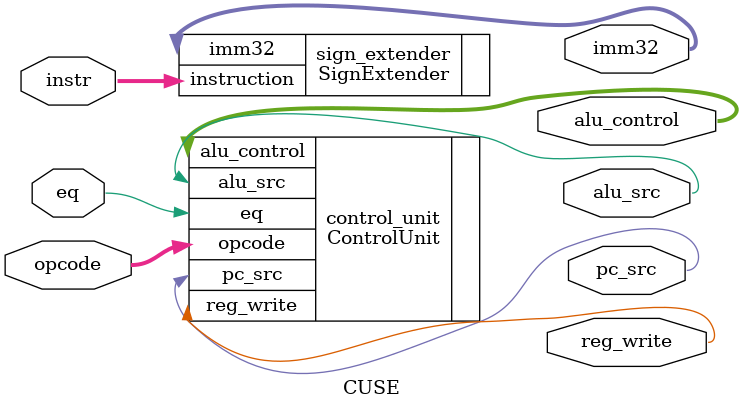
<source format=sv>
module CUSE (
    input logic eq,
    input  logic [6:0]  opcode,
    input  logic [31:0] instr,
    output logic        reg_write,
    output logic        alu_src,
    output logic        pc_src,
    output logic [2:0]  alu_control,
    output logic [31:0] imm32
);
    // Instantiate Control Unit
    ControlUnit control_unit (
        .opcode      (opcode),
        .reg_write   (reg_write),
        .alu_src     (alu_src),
        .pc_src      (pc_src),
        .alu_control (alu_control),
        .eq (eq)
    );

    // Instantiate Sign-extension Unit
    SignExtender sign_extender (
        .instruction (instr),
        .imm32 (imm32)
    );

endmodule

</source>
